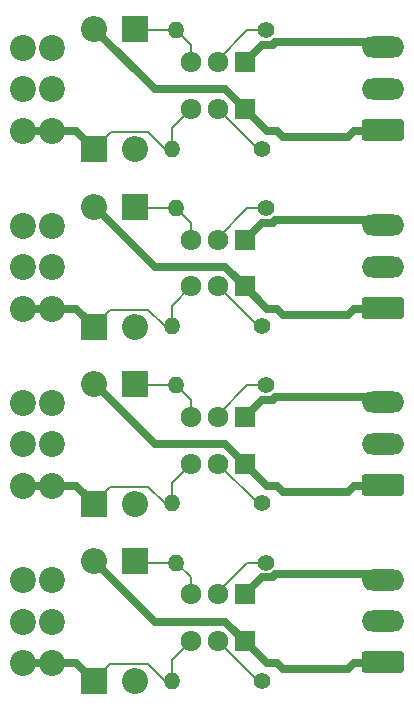
<source format=gbr>
%TF.GenerationSoftware,KiCad,Pcbnew,8.0.5*%
%TF.CreationDate,2025-06-13T11:53:07+02:00*%
%TF.ProjectId,wisselMotorExtension-THT,77697373-656c-44d6-9f74-6f7245787465,rev?*%
%TF.SameCoordinates,Original*%
%TF.FileFunction,Copper,L1,Top*%
%TF.FilePolarity,Positive*%
%FSLAX46Y46*%
G04 Gerber Fmt 4.6, Leading zero omitted, Abs format (unit mm)*
G04 Created by KiCad (PCBNEW 8.0.5) date 2025-06-13 11:53:07*
%MOMM*%
%LPD*%
G01*
G04 APERTURE LIST*
G04 Aperture macros list*
%AMRoundRect*
0 Rectangle with rounded corners*
0 $1 Rounding radius*
0 $2 $3 $4 $5 $6 $7 $8 $9 X,Y pos of 4 corners*
0 Add a 4 corners polygon primitive as box body*
4,1,4,$2,$3,$4,$5,$6,$7,$8,$9,$2,$3,0*
0 Add four circle primitives for the rounded corners*
1,1,$1+$1,$2,$3*
1,1,$1+$1,$4,$5*
1,1,$1+$1,$6,$7*
1,1,$1+$1,$8,$9*
0 Add four rect primitives between the rounded corners*
20,1,$1+$1,$2,$3,$4,$5,0*
20,1,$1+$1,$4,$5,$6,$7,0*
20,1,$1+$1,$6,$7,$8,$9,0*
20,1,$1+$1,$8,$9,$2,$3,0*%
G04 Aperture macros list end*
%TA.AperFunction,ComponentPad*%
%ADD10R,1.710000X1.800000*%
%TD*%
%TA.AperFunction,ComponentPad*%
%ADD11O,1.710000X1.800000*%
%TD*%
%TA.AperFunction,ComponentPad*%
%ADD12RoundRect,0.250000X1.550000X-0.650000X1.550000X0.650000X-1.550000X0.650000X-1.550000X-0.650000X0*%
%TD*%
%TA.AperFunction,ComponentPad*%
%ADD13O,3.600000X1.800000*%
%TD*%
%TA.AperFunction,ComponentPad*%
%ADD14C,1.400000*%
%TD*%
%TA.AperFunction,ComponentPad*%
%ADD15O,1.400000X1.400000*%
%TD*%
%TA.AperFunction,ComponentPad*%
%ADD16R,2.200000X2.200000*%
%TD*%
%TA.AperFunction,ComponentPad*%
%ADD17O,2.200000X2.200000*%
%TD*%
%TA.AperFunction,ComponentPad*%
%ADD18C,2.200000*%
%TD*%
%TA.AperFunction,Conductor*%
%ADD19C,0.700000*%
%TD*%
%TA.AperFunction,Conductor*%
%ADD20C,0.200000*%
%TD*%
G04 APERTURE END LIST*
D10*
%TO.P,Q502,1,E*%
%TO.N,/number 4/motA*%
X59775000Y-72755000D03*
D11*
%TO.P,Q502,2,C*%
%TO.N,/number 4/collector*%
X57495000Y-72755000D03*
%TO.P,Q502,3,B*%
%TO.N,/number 4/coilA*%
X55215000Y-72755000D03*
%TD*%
D12*
%TO.P,J502,1,Pin_1*%
%TO.N,/number 4/motB*%
X71500000Y-78500000D03*
D13*
%TO.P,J502,2,Pin_2*%
%TO.N,unconnected-(J502-Pin_2-Pad2)*%
X71500000Y-75000000D03*
%TO.P,J502,3,Pin_3*%
%TO.N,/number 4/motA*%
X71500000Y-71500000D03*
%TD*%
D14*
%TO.P,R502,1*%
%TO.N,/number 4/collector*%
X61620000Y-70055000D03*
D15*
%TO.P,R502,2*%
%TO.N,/number 4/coilA*%
X54000000Y-70055000D03*
%TD*%
D12*
%TO.P,J202,1,Pin_1*%
%TO.N,/number 1/motB*%
X71500000Y-33445000D03*
D13*
%TO.P,J202,2,Pin_2*%
%TO.N,unconnected-(J202-Pin_2-Pad2)*%
X71500000Y-29945000D03*
%TO.P,J202,3,Pin_3*%
%TO.N,/number 1/motA*%
X71500000Y-26445000D03*
%TD*%
D14*
%TO.P,R202,1*%
%TO.N,/number 1/collector*%
X61620000Y-25000000D03*
D15*
%TO.P,R202,2*%
%TO.N,/number 1/coilA*%
X54000000Y-25000000D03*
%TD*%
D10*
%TO.P,Q301,1,E*%
%TO.N,/number 2/motB*%
X59775000Y-46680000D03*
D11*
%TO.P,Q301,2,C*%
%TO.N,/number 2/collector*%
X57495000Y-46680000D03*
%TO.P,Q301,3,B*%
%TO.N,/number 2/coilB*%
X55215000Y-46680000D03*
%TD*%
D10*
%TO.P,Q401,1,E*%
%TO.N,/number 3/motB*%
X59775000Y-61680000D03*
D11*
%TO.P,Q401,2,C*%
%TO.N,/number 3/collector*%
X57495000Y-61680000D03*
%TO.P,Q401,3,B*%
%TO.N,/number 3/coilB*%
X55215000Y-61680000D03*
%TD*%
D14*
%TO.P,R302,1*%
%TO.N,/number 2/collector*%
X61620000Y-40055000D03*
D15*
%TO.P,R302,2*%
%TO.N,/number 2/coilA*%
X54000000Y-40055000D03*
%TD*%
D14*
%TO.P,R402,1*%
%TO.N,/number 3/collector*%
X61620000Y-55055000D03*
D15*
%TO.P,R402,2*%
%TO.N,/number 3/coilA*%
X54000000Y-55055000D03*
%TD*%
D10*
%TO.P,Q501,1,E*%
%TO.N,/number 4/motB*%
X59775000Y-76680000D03*
D11*
%TO.P,Q501,2,C*%
%TO.N,/number 4/collector*%
X57495000Y-76680000D03*
%TO.P,Q501,3,B*%
%TO.N,/number 4/coilB*%
X55215000Y-76680000D03*
%TD*%
D14*
%TO.P,R301,1*%
%TO.N,/number 2/collector*%
X61220000Y-50055000D03*
D15*
%TO.P,R301,2*%
%TO.N,/number 2/coilB*%
X53600000Y-50055000D03*
%TD*%
D10*
%TO.P,Q402,1,E*%
%TO.N,/number 3/motA*%
X59775000Y-57755000D03*
D11*
%TO.P,Q402,2,C*%
%TO.N,/number 3/collector*%
X57495000Y-57755000D03*
%TO.P,Q402,3,B*%
%TO.N,/number 3/coilA*%
X55215000Y-57755000D03*
%TD*%
D16*
%TO.P,D501,1,K*%
%TO.N,/number 4/coilB*%
X47010000Y-80090000D03*
D17*
%TO.P,D501,2,A*%
%TO.N,/number 4/motB*%
X47010000Y-69930000D03*
%TD*%
D14*
%TO.P,R201,1*%
%TO.N,/number 1/collector*%
X61220000Y-35000000D03*
D15*
%TO.P,R201,2*%
%TO.N,/number 1/coilB*%
X53600000Y-35000000D03*
%TD*%
D16*
%TO.P,D301,1,K*%
%TO.N,/number 2/coilB*%
X47000000Y-50080000D03*
D17*
%TO.P,D301,2,A*%
%TO.N,/number 2/motB*%
X47000000Y-39920000D03*
%TD*%
D12*
%TO.P,J402,1,Pin_1*%
%TO.N,/number 3/motB*%
X71500000Y-63500000D03*
D13*
%TO.P,J402,2,Pin_2*%
%TO.N,unconnected-(J402-Pin_2-Pad2)*%
X71500000Y-60000000D03*
%TO.P,J402,3,Pin_3*%
%TO.N,/number 3/motA*%
X71500000Y-56500000D03*
%TD*%
D18*
%TO.P,J201,1,Pin_1*%
%TO.N,/number 1/coilB*%
X43500000Y-33500000D03*
X41000000Y-33500000D03*
%TO.P,J201,2,Pin_2*%
%TO.N,/number 1/collector*%
X43500000Y-30000000D03*
X41000000Y-30000000D03*
%TO.P,J201,3,Pin_3*%
%TO.N,/number 1/coilA*%
X43500000Y-26500000D03*
X41000000Y-26500000D03*
%TD*%
D16*
%TO.P,D302,1,K*%
%TO.N,/number 2/coilA*%
X50500000Y-39930000D03*
D17*
%TO.P,D302,2,A*%
%TO.N,/number 2/motA*%
X50500000Y-50090000D03*
%TD*%
D16*
%TO.P,D201,1,K*%
%TO.N,/number 1/coilB*%
X47000000Y-35080000D03*
D17*
%TO.P,D201,2,A*%
%TO.N,/number 1/motB*%
X47000000Y-24920000D03*
%TD*%
D14*
%TO.P,R401,1*%
%TO.N,/number 3/collector*%
X61220000Y-65055000D03*
D15*
%TO.P,R401,2*%
%TO.N,/number 3/coilB*%
X53600000Y-65055000D03*
%TD*%
D18*
%TO.P,J301,1,Pin_1*%
%TO.N,/number 2/coilB*%
X43500000Y-48555000D03*
X41000000Y-48555000D03*
%TO.P,J301,2,Pin_2*%
%TO.N,/number 2/collector*%
X43500000Y-45055000D03*
X41000000Y-45055000D03*
%TO.P,J301,3,Pin_3*%
%TO.N,/number 2/coilA*%
X43500000Y-41555000D03*
X41000000Y-41555000D03*
%TD*%
%TO.P,J401,1,Pin_1*%
%TO.N,/number 3/coilB*%
X43500000Y-63555000D03*
X41000000Y-63555000D03*
%TO.P,J401,2,Pin_2*%
%TO.N,/number 3/collector*%
X43500000Y-60055000D03*
X41000000Y-60055000D03*
%TO.P,J401,3,Pin_3*%
%TO.N,/number 3/coilA*%
X43500000Y-56555000D03*
X41000000Y-56555000D03*
%TD*%
D14*
%TO.P,R501,1*%
%TO.N,/number 4/collector*%
X61220000Y-80055000D03*
D15*
%TO.P,R501,2*%
%TO.N,/number 4/coilB*%
X53600000Y-80055000D03*
%TD*%
D10*
%TO.P,Q201,1,E*%
%TO.N,/number 1/motB*%
X59775000Y-31625000D03*
D11*
%TO.P,Q201,2,C*%
%TO.N,/number 1/collector*%
X57495000Y-31625000D03*
%TO.P,Q201,3,B*%
%TO.N,/number 1/coilB*%
X55215000Y-31625000D03*
%TD*%
D12*
%TO.P,J302,1,Pin_1*%
%TO.N,/number 2/motB*%
X71500000Y-48500000D03*
D13*
%TO.P,J302,2,Pin_2*%
%TO.N,unconnected-(J302-Pin_2-Pad2)*%
X71500000Y-45000000D03*
%TO.P,J302,3,Pin_3*%
%TO.N,/number 2/motA*%
X71500000Y-41500000D03*
%TD*%
D10*
%TO.P,Q302,1,E*%
%TO.N,/number 2/motA*%
X59775000Y-42755000D03*
D11*
%TO.P,Q302,2,C*%
%TO.N,/number 2/collector*%
X57495000Y-42755000D03*
%TO.P,Q302,3,B*%
%TO.N,/number 2/coilA*%
X55215000Y-42755000D03*
%TD*%
D18*
%TO.P,J501,1,Pin_1*%
%TO.N,/number 4/coilB*%
X43500000Y-78555000D03*
X41000000Y-78555000D03*
%TO.P,J501,2,Pin_2*%
%TO.N,/number 4/collector*%
X43500000Y-75055000D03*
X41000000Y-75055000D03*
%TO.P,J501,3,Pin_3*%
%TO.N,/number 4/coilA*%
X43500000Y-71555000D03*
X41000000Y-71555000D03*
%TD*%
D16*
%TO.P,D402,1,K*%
%TO.N,/number 3/coilA*%
X50510000Y-54920000D03*
D17*
%TO.P,D402,2,A*%
%TO.N,/number 3/motA*%
X50510000Y-65080000D03*
%TD*%
D16*
%TO.P,D202,1,K*%
%TO.N,/number 1/coilA*%
X50510000Y-24920000D03*
D17*
%TO.P,D202,2,A*%
%TO.N,/number 1/motA*%
X50510000Y-35080000D03*
%TD*%
D16*
%TO.P,D502,1,K*%
%TO.N,/number 4/coilA*%
X50490000Y-69920000D03*
D17*
%TO.P,D502,2,A*%
%TO.N,/number 4/motA*%
X50490000Y-80080000D03*
%TD*%
D10*
%TO.P,Q202,1,E*%
%TO.N,/number 1/motA*%
X59775000Y-27700000D03*
D11*
%TO.P,Q202,2,C*%
%TO.N,/number 1/collector*%
X57495000Y-27700000D03*
%TO.P,Q202,3,B*%
%TO.N,/number 1/coilA*%
X55215000Y-27700000D03*
%TD*%
D16*
%TO.P,D401,1,K*%
%TO.N,/number 3/coilB*%
X47020000Y-65090000D03*
D17*
%TO.P,D401,2,A*%
%TO.N,/number 3/motB*%
X47020000Y-54930000D03*
%TD*%
D19*
%TO.N,/number 1/motB*%
X69000000Y-33500000D02*
X68500000Y-34000000D01*
X52160000Y-30000000D02*
X58150000Y-30000000D01*
X63000000Y-34000000D02*
X62500000Y-33500000D01*
X61650000Y-33500000D02*
X59775000Y-31625000D01*
X71445000Y-33500000D02*
X69000000Y-33500000D01*
X47000000Y-24840000D02*
X52160000Y-30000000D01*
X71500000Y-33445000D02*
X71445000Y-33500000D01*
X62500000Y-33500000D02*
X61650000Y-33500000D01*
X68500000Y-34000000D02*
X63000000Y-34000000D01*
X58150000Y-30000000D02*
X59775000Y-31625000D01*
D20*
%TO.N,/number 1/coilB*%
X53000000Y-35000000D02*
X51570000Y-33570000D01*
D19*
X45500000Y-33500000D02*
X47000000Y-35000000D01*
X41500000Y-33500000D02*
X45500000Y-33500000D01*
D20*
X51570000Y-33570000D02*
X48430000Y-33570000D01*
X53600000Y-33240000D02*
X55215000Y-31625000D01*
X48430000Y-33570000D02*
X47000000Y-35000000D01*
D19*
X41000000Y-33000000D02*
X41500000Y-33500000D01*
D20*
X53600000Y-35000000D02*
X53600000Y-33240000D01*
X53600000Y-35000000D02*
X53000000Y-35000000D01*
D19*
%TO.N,/number 1/motA*%
X71055000Y-26000000D02*
X62387767Y-26000000D01*
X62137767Y-26250000D02*
X61225000Y-26250000D01*
X61225000Y-26250000D02*
X59775000Y-27700000D01*
X71500000Y-26445000D02*
X71055000Y-26000000D01*
X62387767Y-26000000D02*
X62137767Y-26250000D01*
D20*
%TO.N,/number 1/coilA*%
X55215000Y-26215000D02*
X55215000Y-27700000D01*
X50500000Y-25000000D02*
X54000000Y-25000000D01*
X54000000Y-25000000D02*
X55215000Y-26215000D01*
D19*
%TO.N,/number 2/motB*%
X47000000Y-39895000D02*
X52160000Y-45055000D01*
X71445000Y-48555000D02*
X69000000Y-48555000D01*
X58150000Y-45055000D02*
X59775000Y-46680000D01*
X52160000Y-45055000D02*
X58150000Y-45055000D01*
X63000000Y-49055000D02*
X62500000Y-48555000D01*
X71500000Y-48500000D02*
X71445000Y-48555000D01*
X68500000Y-49055000D02*
X63000000Y-49055000D01*
X69000000Y-48555000D02*
X68500000Y-49055000D01*
X62500000Y-48555000D02*
X61650000Y-48555000D01*
X61650000Y-48555000D02*
X59775000Y-46680000D01*
%TO.N,/number 2/coilB*%
X41500000Y-48555000D02*
X45500000Y-48555000D01*
D20*
X53600000Y-50055000D02*
X53000000Y-50055000D01*
D19*
X41000000Y-48055000D02*
X41500000Y-48555000D01*
D20*
X53600000Y-48295000D02*
X55215000Y-46680000D01*
X53600000Y-50055000D02*
X53600000Y-48295000D01*
D19*
X45500000Y-48555000D02*
X47000000Y-50055000D01*
D20*
X51605000Y-48660000D02*
X48395000Y-48660000D01*
X48395000Y-48660000D02*
X47000000Y-50055000D01*
X53000000Y-50055000D02*
X51605000Y-48660000D01*
%TO.N,/number 2/coilA*%
X50500000Y-40055000D02*
X54000000Y-40055000D01*
X55215000Y-41270000D02*
X55215000Y-42755000D01*
X54000000Y-40055000D02*
X55215000Y-41270000D01*
D19*
%TO.N,/number 2/motA*%
X61225000Y-41305000D02*
X59775000Y-42755000D01*
X71055000Y-41055000D02*
X62387767Y-41055000D01*
X71500000Y-41500000D02*
X71055000Y-41055000D01*
X62137767Y-41305000D02*
X61225000Y-41305000D01*
X62387767Y-41055000D02*
X62137767Y-41305000D01*
D20*
%TO.N,/number 3/coilB*%
X53000000Y-65055000D02*
X51605000Y-63660000D01*
X53600000Y-65055000D02*
X53000000Y-65055000D01*
X53600000Y-65055000D02*
X53600000Y-63295000D01*
X48395000Y-63660000D02*
X47000000Y-65055000D01*
X51605000Y-63660000D02*
X48395000Y-63660000D01*
D19*
X41000000Y-63055000D02*
X41500000Y-63555000D01*
X41500000Y-63555000D02*
X45500000Y-63555000D01*
X45500000Y-63555000D02*
X47000000Y-65055000D01*
D20*
X53600000Y-63295000D02*
X55215000Y-61680000D01*
D19*
%TO.N,/number 3/motB*%
X69000000Y-63555000D02*
X68500000Y-64055000D01*
X62500000Y-63555000D02*
X61650000Y-63555000D01*
X63000000Y-64055000D02*
X62500000Y-63555000D01*
X71445000Y-63555000D02*
X69000000Y-63555000D01*
X71500000Y-63500000D02*
X71445000Y-63555000D01*
X68500000Y-64055000D02*
X63000000Y-64055000D01*
X47000000Y-54895000D02*
X52160000Y-60055000D01*
X61650000Y-63555000D02*
X59775000Y-61680000D01*
X58150000Y-60055000D02*
X59775000Y-61680000D01*
X52160000Y-60055000D02*
X58150000Y-60055000D01*
%TO.N,/number 3/motA*%
X71055000Y-56055000D02*
X62387767Y-56055000D01*
X62387767Y-56055000D02*
X62137767Y-56305000D01*
X61225000Y-56305000D02*
X59775000Y-57755000D01*
X62137767Y-56305000D02*
X61225000Y-56305000D01*
X71500000Y-56500000D02*
X71055000Y-56055000D01*
D20*
%TO.N,/number 3/coilA*%
X50500000Y-55055000D02*
X54000000Y-55055000D01*
X55215000Y-56270000D02*
X55215000Y-57755000D01*
X54000000Y-55055000D02*
X55215000Y-56270000D01*
D19*
%TO.N,/number 4/motB*%
X69000000Y-78555000D02*
X68500000Y-79055000D01*
X47000000Y-69895000D02*
X52160000Y-75055000D01*
X71445000Y-78555000D02*
X69000000Y-78555000D01*
X68500000Y-79055000D02*
X63000000Y-79055000D01*
X52160000Y-75055000D02*
X58150000Y-75055000D01*
X58150000Y-75055000D02*
X59775000Y-76680000D01*
X63000000Y-79055000D02*
X62500000Y-78555000D01*
X61650000Y-78555000D02*
X59775000Y-76680000D01*
X62500000Y-78555000D02*
X61650000Y-78555000D01*
X71500000Y-78500000D02*
X71445000Y-78555000D01*
D20*
%TO.N,/number 4/coilB*%
X53000000Y-80055000D02*
X51615000Y-78670000D01*
D19*
X41000000Y-78055000D02*
X41500000Y-78555000D01*
X45500000Y-78555000D02*
X47000000Y-80055000D01*
X41500000Y-78555000D02*
X45500000Y-78555000D01*
D20*
X53600000Y-78295000D02*
X55215000Y-76680000D01*
X53600000Y-80055000D02*
X53600000Y-78295000D01*
X48385000Y-78670000D02*
X47000000Y-80055000D01*
X53600000Y-80055000D02*
X53000000Y-80055000D01*
X51615000Y-78670000D02*
X48385000Y-78670000D01*
D19*
%TO.N,/number 4/motA*%
X61225000Y-71305000D02*
X59775000Y-72755000D01*
X62387767Y-71055000D02*
X62137767Y-71305000D01*
X71055000Y-71055000D02*
X62387767Y-71055000D01*
X71500000Y-71500000D02*
X71055000Y-71055000D01*
X62137767Y-71305000D02*
X61225000Y-71305000D01*
D20*
%TO.N,/number 4/coilA*%
X50500000Y-70055000D02*
X54000000Y-70055000D01*
X55215000Y-71270000D02*
X55215000Y-72755000D01*
X54000000Y-70055000D02*
X55215000Y-71270000D01*
%TO.N,/number 1/collector*%
X57495000Y-27505000D02*
X57495000Y-27700000D01*
X60000000Y-25000000D02*
X57495000Y-27505000D01*
X61620000Y-25000000D02*
X60000000Y-25000000D01*
X60870000Y-35000000D02*
X57495000Y-31625000D01*
X61220000Y-35000000D02*
X60870000Y-35000000D01*
%TO.N,/number 2/collector*%
X60000000Y-40055000D02*
X57495000Y-42560000D01*
X61620000Y-40055000D02*
X60000000Y-40055000D01*
X57495000Y-42560000D02*
X57495000Y-42755000D01*
X60870000Y-50055000D02*
X57495000Y-46680000D01*
X61220000Y-50055000D02*
X60870000Y-50055000D01*
%TO.N,/number 3/collector*%
X57495000Y-57560000D02*
X57495000Y-57755000D01*
X60870000Y-65055000D02*
X57495000Y-61680000D01*
X61620000Y-55055000D02*
X60000000Y-55055000D01*
X60000000Y-55055000D02*
X57495000Y-57560000D01*
X61220000Y-65055000D02*
X60870000Y-65055000D01*
%TO.N,/number 4/collector*%
X60000000Y-70055000D02*
X57495000Y-72560000D01*
X60870000Y-80055000D02*
X57495000Y-76680000D01*
X61220000Y-80055000D02*
X60870000Y-80055000D01*
X61620000Y-70055000D02*
X60000000Y-70055000D01*
X57495000Y-72560000D02*
X57495000Y-72755000D01*
%TD*%
M02*

</source>
